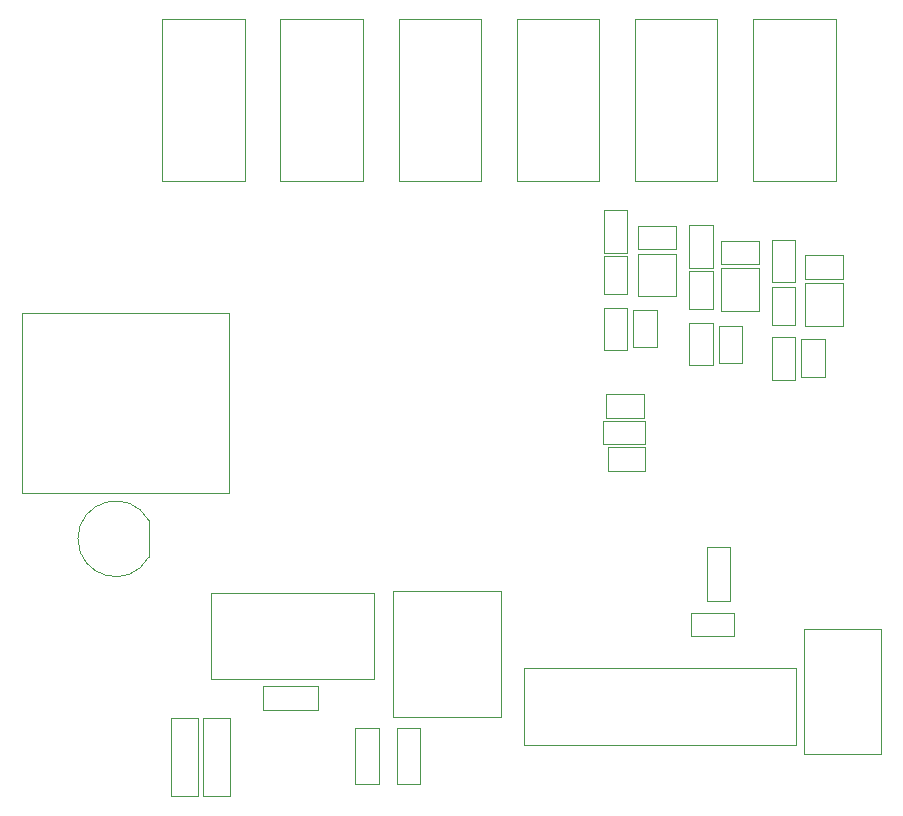
<source format=gbr>
G04 #@! TF.FileFunction,Other,User*
%FSLAX46Y46*%
G04 Gerber Fmt 4.6, Leading zero omitted, Abs format (unit mm)*
G04 Created by KiCad (PCBNEW 4.0.1-stable) date 17.05.2016 13:35:18*
%MOMM*%
G01*
G04 APERTURE LIST*
%ADD10C,0.100000*%
%ADD11C,0.050000*%
G04 APERTURE END LIST*
D10*
D11*
X164050000Y-74950000D02*
X164050000Y-71350000D01*
X164050000Y-71350000D02*
X160850000Y-71350000D01*
X160850000Y-71350000D02*
X160850000Y-74950000D01*
X160850000Y-74950000D02*
X164050000Y-74950000D01*
X94498980Y-89150000D02*
X112048980Y-89150000D01*
X112048980Y-89150000D02*
X112048980Y-73900000D01*
X112048980Y-73900000D02*
X94498980Y-73900000D01*
X94498980Y-73900000D02*
X94498980Y-89150000D01*
X133400000Y-62710000D02*
X133400000Y-49030000D01*
X133400000Y-62710000D02*
X126400000Y-62710000D01*
X126400000Y-49030000D02*
X126400000Y-62710000D01*
X126400000Y-49030000D02*
X133400000Y-49030000D01*
X153400000Y-62710000D02*
X153400000Y-49030000D01*
X153400000Y-62710000D02*
X146400000Y-62710000D01*
X146400000Y-49030000D02*
X146400000Y-62710000D01*
X146400000Y-49030000D02*
X153400000Y-49030000D01*
X163400000Y-62710000D02*
X163400000Y-49030000D01*
X163400000Y-62710000D02*
X156400000Y-62710000D01*
X156400000Y-49030000D02*
X156400000Y-62710000D01*
X156400000Y-49030000D02*
X163400000Y-49030000D01*
X143400000Y-62710000D02*
X143400000Y-49030000D01*
X143400000Y-62710000D02*
X136400000Y-62710000D01*
X136400000Y-49030000D02*
X136400000Y-62710000D01*
X136400000Y-49030000D02*
X143400000Y-49030000D01*
X123400000Y-62710000D02*
X123400000Y-49030000D01*
X123400000Y-62710000D02*
X116400000Y-62710000D01*
X116400000Y-49030000D02*
X116400000Y-62710000D01*
X116400000Y-49030000D02*
X123400000Y-49030000D01*
X113400000Y-62710000D02*
X113400000Y-49030000D01*
X113400000Y-62710000D02*
X106400000Y-62710000D01*
X106400000Y-49030000D02*
X106400000Y-62710000D01*
X106400000Y-49030000D02*
X113400000Y-49030000D01*
X105250000Y-91450000D02*
X105250000Y-94550000D01*
X105248249Y-91446840D02*
G75*
G03X105250000Y-94550000I-2798249J-1553160D01*
G01*
X151000000Y-74700000D02*
X151000000Y-78300000D01*
X153000000Y-74700000D02*
X153000000Y-78300000D01*
X151000000Y-74700000D02*
X153000000Y-74700000D01*
X151000000Y-78300000D02*
X153000000Y-78300000D01*
X151200000Y-101250000D02*
X154800000Y-101250000D01*
X151200000Y-99250000D02*
X154800000Y-99250000D01*
X151200000Y-101250000D02*
X151200000Y-99250000D01*
X154800000Y-101250000D02*
X154800000Y-99250000D01*
X143700000Y-85000000D02*
X147300000Y-85000000D01*
X143700000Y-83000000D02*
X147300000Y-83000000D01*
X143700000Y-85000000D02*
X143700000Y-83000000D01*
X147300000Y-85000000D02*
X147300000Y-83000000D01*
X151000000Y-66450000D02*
X151000000Y-70050000D01*
X153000000Y-66450000D02*
X153000000Y-70050000D01*
X151000000Y-66450000D02*
X153000000Y-66450000D01*
X151000000Y-70050000D02*
X153000000Y-70050000D01*
X158000000Y-75950000D02*
X158000000Y-79550000D01*
X160000000Y-75950000D02*
X160000000Y-79550000D01*
X158000000Y-75950000D02*
X160000000Y-75950000D01*
X158000000Y-79550000D02*
X160000000Y-79550000D01*
X143750000Y-73450000D02*
X143750000Y-77050000D01*
X145750000Y-73450000D02*
X145750000Y-77050000D01*
X143750000Y-73450000D02*
X145750000Y-73450000D01*
X143750000Y-77050000D02*
X145750000Y-77050000D01*
X158000000Y-67700000D02*
X158000000Y-71300000D01*
X160000000Y-67700000D02*
X160000000Y-71300000D01*
X158000000Y-67700000D02*
X160000000Y-67700000D01*
X158000000Y-71300000D02*
X160000000Y-71300000D01*
X143750000Y-65200000D02*
X143750000Y-68800000D01*
X145750000Y-65200000D02*
X145750000Y-68800000D01*
X143750000Y-65200000D02*
X145750000Y-65200000D01*
X143750000Y-68800000D02*
X145750000Y-68800000D01*
X143950000Y-82750000D02*
X147150000Y-82750000D01*
X143950000Y-80750000D02*
X147150000Y-80750000D01*
X143950000Y-82750000D02*
X143950000Y-80750000D01*
X147150000Y-82750000D02*
X147150000Y-80750000D01*
X144100000Y-87250000D02*
X147300000Y-87250000D01*
X144100000Y-85250000D02*
X147300000Y-85250000D01*
X144100000Y-87250000D02*
X144100000Y-85250000D01*
X147300000Y-87250000D02*
X147300000Y-85250000D01*
X153500000Y-74950000D02*
X153500000Y-78150000D01*
X155500000Y-74950000D02*
X155500000Y-78150000D01*
X153500000Y-74950000D02*
X155500000Y-74950000D01*
X153500000Y-78150000D02*
X155500000Y-78150000D01*
X151000000Y-70350000D02*
X151000000Y-73550000D01*
X153000000Y-70350000D02*
X153000000Y-73550000D01*
X151000000Y-70350000D02*
X153000000Y-70350000D01*
X151000000Y-73550000D02*
X153000000Y-73550000D01*
X156900000Y-67750000D02*
X153700000Y-67750000D01*
X156900000Y-69750000D02*
X153700000Y-69750000D01*
X156900000Y-67750000D02*
X156900000Y-69750000D01*
X153700000Y-67750000D02*
X153700000Y-69750000D01*
X160500000Y-76100000D02*
X160500000Y-79300000D01*
X162500000Y-76100000D02*
X162500000Y-79300000D01*
X160500000Y-76100000D02*
X162500000Y-76100000D01*
X160500000Y-79300000D02*
X162500000Y-79300000D01*
X146250000Y-73600000D02*
X146250000Y-76800000D01*
X148250000Y-73600000D02*
X148250000Y-76800000D01*
X146250000Y-73600000D02*
X148250000Y-73600000D01*
X146250000Y-76800000D02*
X148250000Y-76800000D01*
X158000000Y-71700000D02*
X158000000Y-74900000D01*
X160000000Y-71700000D02*
X160000000Y-74900000D01*
X158000000Y-71700000D02*
X160000000Y-71700000D01*
X158000000Y-74900000D02*
X160000000Y-74900000D01*
X164050000Y-69000000D02*
X160850000Y-69000000D01*
X164050000Y-71000000D02*
X160850000Y-71000000D01*
X164050000Y-69000000D02*
X164050000Y-71000000D01*
X160850000Y-69000000D02*
X160850000Y-71000000D01*
X143750000Y-69100000D02*
X143750000Y-72300000D01*
X145750000Y-69100000D02*
X145750000Y-72300000D01*
X143750000Y-69100000D02*
X145750000Y-69100000D01*
X143750000Y-72300000D02*
X145750000Y-72300000D01*
X149900000Y-66500000D02*
X146700000Y-66500000D01*
X149900000Y-68500000D02*
X146700000Y-68500000D01*
X149900000Y-66500000D02*
X149900000Y-68500000D01*
X146700000Y-66500000D02*
X146700000Y-68500000D01*
X156900000Y-73700000D02*
X156900000Y-70100000D01*
X156900000Y-70100000D02*
X153700000Y-70100000D01*
X153700000Y-70100000D02*
X153700000Y-73700000D01*
X153700000Y-73700000D02*
X156900000Y-73700000D01*
X149900000Y-72450000D02*
X149900000Y-68850000D01*
X149900000Y-68850000D02*
X146700000Y-68850000D01*
X146700000Y-68850000D02*
X146700000Y-72450000D01*
X146700000Y-72450000D02*
X149900000Y-72450000D01*
X136987000Y-110500000D02*
X160037000Y-110500000D01*
X160037000Y-110500000D02*
X160037000Y-103950000D01*
X160037000Y-103950000D02*
X136987000Y-103950000D01*
X136987000Y-103950000D02*
X136987000Y-110500000D01*
X167250000Y-111250000D02*
X167250000Y-100650000D01*
X167250000Y-100650000D02*
X160700000Y-100650000D01*
X160700000Y-100650000D02*
X160700000Y-111250000D01*
X160700000Y-111250000D02*
X167250000Y-111250000D01*
X107100000Y-108200000D02*
X107100000Y-114800000D01*
X109400000Y-108200000D02*
X109400000Y-114800000D01*
X107100000Y-108200000D02*
X109400000Y-108200000D01*
X107100000Y-114800000D02*
X109400000Y-114800000D01*
X109850000Y-108200000D02*
X109850000Y-114800000D01*
X112150000Y-108200000D02*
X112150000Y-114800000D01*
X109850000Y-108200000D02*
X112150000Y-108200000D01*
X109850000Y-114800000D02*
X112150000Y-114800000D01*
X114950000Y-107500000D02*
X119550000Y-107500000D01*
X114950000Y-105500000D02*
X119550000Y-105500000D01*
X114950000Y-107500000D02*
X114950000Y-105500000D01*
X119550000Y-107500000D02*
X119550000Y-105500000D01*
X124299280Y-97600000D02*
X110499280Y-97600000D01*
X110499280Y-97600000D02*
X110499280Y-104900000D01*
X110499280Y-104900000D02*
X124299280Y-104900000D01*
X124299280Y-104900000D02*
X124299280Y-97600000D01*
X128250000Y-113800000D02*
X128250000Y-109000000D01*
X126250000Y-113800000D02*
X126250000Y-109000000D01*
X128250000Y-113800000D02*
X126250000Y-113800000D01*
X128250000Y-109000000D02*
X126250000Y-109000000D01*
X122750000Y-109000000D02*
X122750000Y-113800000D01*
X124750000Y-109000000D02*
X124750000Y-113800000D01*
X122750000Y-109000000D02*
X124750000Y-109000000D01*
X122750000Y-113800000D02*
X124750000Y-113800000D01*
X135050000Y-108101200D02*
X135050000Y-97401200D01*
X135050000Y-97401200D02*
X125950000Y-97401200D01*
X125950000Y-97401200D02*
X125950000Y-108101200D01*
X125950000Y-108101200D02*
X135050000Y-108101200D01*
X154500000Y-98300000D02*
X154500000Y-93700000D01*
X152500000Y-98300000D02*
X152500000Y-93700000D01*
X154500000Y-98300000D02*
X152500000Y-98300000D01*
X154500000Y-93700000D02*
X152500000Y-93700000D01*
M02*

</source>
